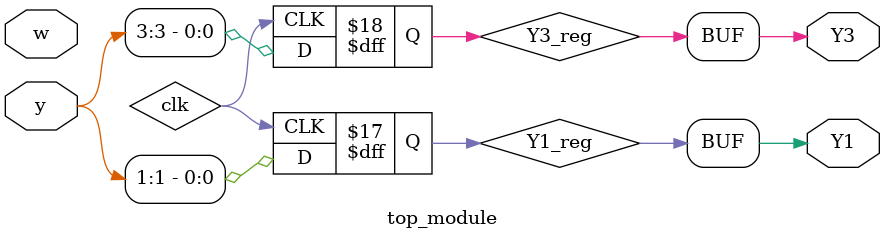
<source format=sv>
module top_module (
    input [5:0] y,
    input w,
    output Y1,
    output Y3
);

// Declare internal wires for the state transitions
wire [5:0] next_y;

// Generate the next state based on the current state and input
always @(*) begin
    case (y)
        6'b000001: next_y = w ? 6'b000010 : 6'b000001;
        6'b000010: next_y = w ? 6'b000100 : 6'b000001;
        6'b000100: next_y = w ? 6'b001000 : 6'b001000;
        6'b001000: next_y = w ? 6'b010000 : 6'b000010;
        6'b010000: next_y = w ? 6'b100000 : 6'b001000;
        6'b100000: next_y = w ? 6'b000100 : 6'b001000;
        default: next_y = 6'b000001;
    endcase
end

// Instantiate flip-flops for Y1 and Y3
reg Y1_reg, Y3_reg;

// Assign the outputs to the flip-flop inputs
always @(posedge clk) begin
    Y1_reg <= y[1];
    Y3_reg <= y[3];
end

// Assign the flip-flop outputs to the module outputs
assign Y1 = Y1_reg;
assign Y3 = Y3_reg;

endmodule

</source>
